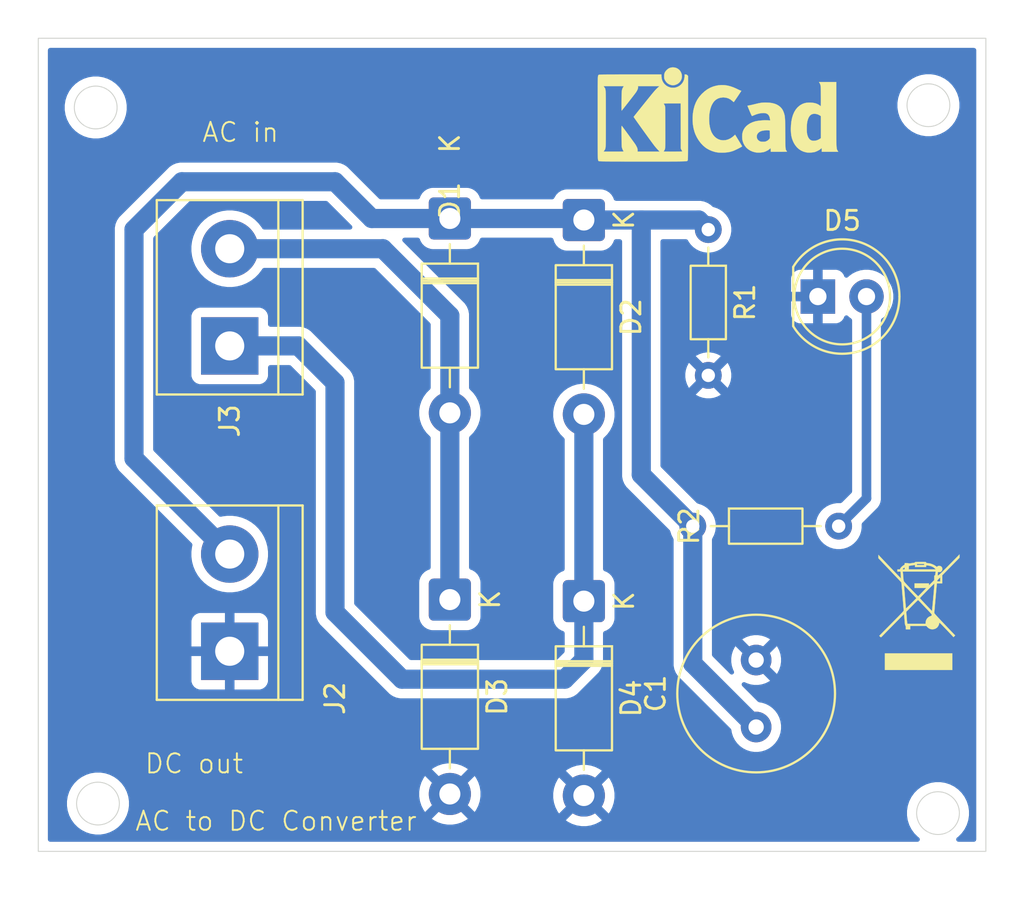
<source format=kicad_pcb>
(kicad_pcb (version 20241229) (generator "pcbnew") (generator_version "9.0")
  (layers (0 "F.Cu" signal) (2 "B.Cu" signal) (13 "F.Paste" user) (15 "B.Paste" user) (5 "F.SilkS" user "F.Silkscreen") (7 "B.SilkS" user "B.Silkscreen") (1 "F.Mask" user) (3 "B.Mask" user) (25 "Edge.Cuts" user))
  (net 0 "")
  (net 1 "GND")
  (net 2 "/+VE")
  (net 3 "Net-(D1-A)")
  (net 4 "Net-(D2-A)")
  (net 5 "Net-(D5-A)")
  (footprint "Diode_THT:D_DO-41_SOD81_P10.16mm_Horizontal" (layer "F.Cu") (at 139.5 99.42 -90)
    (property "Reference" "D4" (at 5.08 -2.47 90) (layer "F.SilkS"))
    (property "Value" "1N4007")
    (fp_line (start 1.34 0) (end 2.36 0) (stroke (width 0.12)) (layer "F.SilkS"))
    (fp_line (start 8.82 0) (end 7.8 0) (stroke (width 0.12)) (layer "F.SilkS"))
    (fp_line (start 3.14 -1.47) (end 3.14 1.47) (stroke (width 0.12)) (layer "F.SilkS"))
    (fp_line (start 3.26 -1.47) (end 3.26 1.47) (stroke (width 0.12)) (layer "F.SilkS"))
    (fp_line (start 3.38 -1.47) (end 3.38 1.47) (stroke (width 0.12)) (layer "F.SilkS"))
    (fp_rect (start 2.36 -1.47) (end 7.8 1.47) (stroke (width 0.12)) (fill no) (layer "F.SilkS"))
    (fp_text user "K" (at 0 -2.1 90) (layer "F.SilkS"))
    (pad "1" thru_hole roundrect (at 0 0 270) (size 2.2 2.2) (drill 1.1) (layers "*.Cu" "*.Mask") (roundrect_rratio 0.113636) (net 4 "Net-(D2-A)"))
    (pad "2" thru_hole circle (at 10.16 0 270) (size 2.2 2.2) (drill 1.1) (layers "*.Cu" "*.Mask") (net 1 "GND"))
  )
  (footprint "Diode_THT:D_DO-41_SOD81_P10.16mm_Horizontal" (layer "F.Cu") (at 139.5 79.5 -90)
    (property "Reference" "D2" (at 5.08 -2.47 90) (layer "F.SilkS"))
    (property "Value" "1N4007")
    (fp_line (start 1.34 0) (end 2.36 0) (stroke (width 0.12)) (layer "F.SilkS"))
    (fp_line (start 8.82 0) (end 7.8 0) (stroke (width 0.12)) (layer "F.SilkS"))
    (fp_line (start 3.14 -1.47) (end 3.14 1.47) (stroke (width 0.12)) (layer "F.SilkS"))
    (fp_line (start 3.26 -1.47) (end 3.26 1.47) (stroke (width 0.12)) (layer "F.SilkS"))
    (fp_line (start 3.38 -1.47) (end 3.38 1.47) (stroke (width 0.12)) (layer "F.SilkS"))
    (fp_rect (start 2.36 -1.47) (end 7.8 1.47) (stroke (width 0.12)) (fill no) (layer "F.SilkS"))
    (fp_text user "K" (at 0 -2.1 90) (layer "F.SilkS"))
    (pad "1" thru_hole roundrect (at 0 0 270) (size 2.2 2.2) (drill 1.1) (layers "*.Cu" "*.Mask") (roundrect_rratio 0.113636) (net 2 "/+VE"))
    (pad "2" thru_hole circle (at 10.16 0 270) (size 2.2 2.2) (drill 1.1) (layers "*.Cu" "*.Mask") (net 4 "Net-(D2-A)"))
  )
  (footprint "Diode_THT:D_DO-41_SOD81_P10.16mm_Horizontal" (layer "F.Cu") (at 132.5 79.42 -90)
    (property "Reference" "D1" (at -0.92 0 90) (layer "F.SilkS"))
    (property "Value" "1N4007")
    (fp_line (start 1.34 0) (end 2.36 0) (stroke (width 0.12)) (layer "F.SilkS"))
    (fp_line (start 8.82 0) (end 7.8 0) (stroke (width 0.12)) (layer "F.SilkS"))
    (fp_line (start 3.14 -1.47) (end 3.14 1.47) (stroke (width 0.12)) (layer "F.SilkS"))
    (fp_line (start 3.26 -1.47) (end 3.26 1.47) (stroke (width 0.12)) (layer "F.SilkS"))
    (fp_line (start 3.38 -1.47) (end 3.38 1.47) (stroke (width 0.12)) (layer "F.SilkS"))
    (fp_rect (start 2.36 -1.47) (end 7.8 1.47) (stroke (width 0.12)) (fill no) (layer "F.SilkS"))
    (fp_text user "K" (at -3.92 0 90) (layer "F.SilkS"))
    (pad "1" thru_hole roundrect (at 0 0 270) (size 2.2 2.2) (drill 1.1) (layers "*.Cu" "*.Mask") (roundrect_rratio 0.113636) (net 2 "/+VE"))
    (pad "2" thru_hole circle (at 10.16 0 270) (size 2.2 2.2) (drill 1.1) (layers "*.Cu" "*.Mask") (net 3 "Net-(D1-A)"))
  )
  (footprint "TerminalBlock:TerminalBlock_bornier-2_P5.08mm" (layer "F.Cu") (at 121 86.08 90)
    (property "Reference" "J3" (at -3.92 0 90) (layer "F.SilkS"))
    (property "Value" "Screw_Terminal_01x02" (hide yes))
    (fp_line (start 7.62 -3.81) (end -2.54 -3.81) (stroke (width 0.12)) (layer "F.SilkS"))
    (fp_line (start -2.54 -3.81) (end -2.54 3.81) (stroke (width 0.12)) (layer "F.SilkS"))
    (fp_line (start 7.62 2.54) (end -2.54 2.54) (stroke (width 0.12)) (layer "F.SilkS"))
    (fp_line (start 7.62 3.81) (end 7.62 -3.81) (stroke (width 0.12)) (layer "F.SilkS"))
    (fp_line (start -2.54 3.81) (end 7.62 3.81) (stroke (width 0.12)) (layer "F.SilkS"))
    (pad "1" thru_hole rect (at 0 0 90) (size 3 3) (drill 1.52) (layers "*.Cu" "*.Mask") (net 4 "Net-(D2-A)"))
    (pad "2" thru_hole circle (at 5.08 0 90) (size 3 3) (drill 1.52) (layers "*.Cu" "*.Mask") (net 3 "Net-(D1-A)"))
  )
  (footprint "TerminalBlock:TerminalBlock_bornier-2_P5.08mm" (layer "F.Cu") (at 121 102.04 90)
    (property "Reference" "J2" (at -2.46 5.5 90) (layer "F.SilkS"))
    (property "Value" "Screw_Terminal_01x02")
    (fp_line (start 7.62 -3.81) (end -2.54 -3.81) (stroke (width 0.12)) (layer "F.SilkS"))
    (fp_line (start -2.54 -3.81) (end -2.54 3.81) (stroke (width 0.12)) (layer "F.SilkS"))
    (fp_line (start 7.62 2.54) (end -2.54 2.54) (stroke (width 0.12)) (layer "F.SilkS"))
    (fp_line (start 7.62 3.81) (end 7.62 -3.81) (stroke (width 0.12)) (layer "F.SilkS"))
    (fp_line (start -2.54 3.81) (end 7.62 3.81) (stroke (width 0.12)) (layer "F.SilkS"))
    (pad "1" thru_hole rect (at 0 0 90) (size 3 3) (drill 1.52) (layers "*.Cu" "*.Mask") (net 1 "GND"))
    (pad "2" thru_hole circle (at 5.08 0 90) (size 3 3) (drill 1.52) (layers "*.Cu" "*.Mask") (net 2 "/+VE"))
  )
  (footprint "Symbol:KiCad-Logo_5mm_SilkScreen" (layer "F.Cu") (at 146.5 74.5)
    (property "Reference" "REF**" (hide yes))
    (property "Value" "KiCad-Logo_5mm_SilkScreen" (hide yes))
    (fp_poly (pts (xy -2.273043 -2.973429) (xy -2.176768 -2.949191) (xy -2.090184 -2.906359) (xy -2.015373 -2.846581) (xy -1.954418 -2.771506) (xy -1.909399 -2.68278) (xy -1.883136 -2.58647) (xy -1.877286 -2.489205) (xy -1.89214 -2.395346) (xy -1.92584 -2.307489) (xy -1.976528 -2.22823) (xy -2.042345 -2.160164) (xy -2.121434 -2.105888) (xy -2.211934 -2.067998) (xy -2.2632 -2.055574) (xy -2.307698 -2.048053) (xy -2.341999 -2.045081) (xy -2.37496 -2.046906) (xy -2.415434 -2.053775) (xy -2.448531 -2.06075) (xy -2.541947 -2.092259) (xy -2.625619 -2.143383) (xy -2.697665 -2.212571) (xy -2.7562 -2.298272) (xy -2.770148 -2.325511) (xy -2.786586 -2.361878) (xy -2.796894 -2.392418) (xy -2.80246 -2.42455) (xy -2.804669 -2.465693) (xy -2.804948 -2.511778) (xy -2.800861 -2.596135) (xy -2.787446 -2.665414) (xy -2.762256 -2.726039) (xy -2.722846 -2.784433) (xy -2.684298 -2.828698) (xy -2.612406 -2.894516) (xy -2.537313 -2.939947) (xy -2.454562 -2.96715) (xy -2.376928 -2.977424) (xy -2.273043 -2.973429)) (stroke (width 0.01)) (fill yes) (layer "F.SilkS"))
    (fp_poly (pts (xy 0.328429 -2.050929) (xy 0.48857 -2.029755) (xy 0.65251 -1.989615) (xy 0.822313 -1.930111) (xy 1.000043 -1.850846) (xy 1.01131 -1.845301) (xy 1.069005 -1.817275) (xy 1.120552 -1.793198) (xy 1.162191 -1.774751) (xy 1.190162 -1.763614) (xy 1.199733 -1.761067) (xy 1.21895 -1.756059) (xy 1.223561 -1.751853) (xy 1.218458 -1.74142) (xy 1.202418 -1.715132) (xy 1.177288 -1.675743) (xy 1.144914 -1.626009) (xy 1.107143 -1.568685) (xy 1.065822 -1.506524) (xy 1.022798 -1.442282) (xy 0.979917 -1.378715) (xy 0.939026 -1.318575) (xy 0.901971 -1.26462) (xy 0.8706 -1.219603) (xy 0.846759 -1.186279) (xy 0.832294 -1.167403) (xy 0.830309 -1.165213) (xy 0.820191 -1.169862) (xy 0.79785 -1.187038) (xy 0.76728 -1.21356) (xy 0.751536 -1.228036) (xy 0.655047 -1.303318) (xy 0.548336 -1.358759) (xy 0.432832 -1.393859) (xy 0.309962 -1.40812) (xy 0.240561 -1.406949) (xy 0.119423 -1.389788) (xy 0.010205 -1.353906) (xy -0.087418 -1.299041) (xy -0.173772 -1.22493) (xy -0.249185 -1.131312) (xy -0.313982 -1.017924) (xy -0.351399 -0.931333) (xy -0.395252 -0.795634) (xy -0.427572 -0.64815) (xy -0.448443 -0.492686) (xy -0.457949 -0.333044) (xy -0.456173 -0.173027) (xy -0.443197 -0.016439) (xy -0.419106 0.132918) (xy -0.383982 0.27124) (xy -0.337908 0.394724) (xy -0.321627 0.428978) (xy -0.25338 0.543064) (xy -0.172921 0.639557) (xy -0.08143 0.71767) (xy 0.019911 0.776617) (xy 0.12992 0.815612) (xy 0.247415 0.833868) (xy 0.288883 0.835211) (xy 0.410441 0.82429) (xy 0.530878 0.791474) (xy 0.648666 0.737439) (xy 0.762277 0.662865) (xy 0.853685 0.584539) (xy 0.900215 0.540008) (xy 1.081483 0.837271) (xy 1.12658 0.911433) (xy 1.167819 0.979646) (xy 1.203735 1.039459) (xy 1.232866 1.08842) (xy 1.25375 1.124079) (xy 1.264924 1.143984) (xy 1.266375 1.147079) (xy 1.258146 1.156718) (xy 1.232567 1.173999) (xy 1.192873 1.197283) (xy 1.142297 1.224934) (xy 1.084074 1.255315) (xy 1.021437 1.28679) (xy 0.957621 1.317722) (xy 0.89586 1.346473) (xy 0.839388 1.371408) (xy 0.791438 1.390889) (xy 0.767986 1.399318) (xy 0.634221 1.437133) (xy 0.496327 1.462136) (xy 0.348622 1.47514) (xy 0.221833 1.477468) (xy 0.153878 1.476373) (xy 0.088277 1.474275) (xy 0.030847 1.471434) (xy -0.012597 1.468106) (xy -0.026702 1.466422) (xy -0.165716 1.437587) (xy -0.307243 1.392468) (xy -0.444725 1.33375) (xy -0.571606 1.26412) (xy -0.649111 1.211441) (xy -0.776519 1.103239) (xy -0.894822 0.976671) (xy -1.001828 0.834866) (xy -1.095348 0.680951) (xy -1.17319 0.518053) (xy -1.217044 0.400756) (xy -1.267292 0.217128) (xy -1.300791 0.022581) (xy -1.317551 -0.178675) (xy -1.317584 -0.382432) (xy -1.300899 -0.584479) (xy -1.267507 -0.780608) (xy -1.21742 -0.966609) (xy -1.213603 -0.978197) (xy -1.150719 -1.14025) (xy -1.073972 -1.288168) (xy -0.980758 -1.426135) (xy -0.868473 -1.558339) (xy -0.824608 -1.603601) (xy -0.688466 -1.727543) (xy -0.548509 -1.830085) (xy -0.402589 -1.912344) (xy -0.248558 -1.975436) (xy -0.084268 -2.020477) (xy 0.011289 -2.037967) (xy 0.170023 -2.053534) (xy 0.328429 -2.050929)) (stroke (width 0.01)) (fill yes) (layer "F.SilkS"))
    (fp_poly (pts (xy 6.186507 -0.527755) (xy 6.186526 -0.293338) (xy 6.186552 -0.080397) (xy 6.186625 0.112168) (xy 6.186782 0.285459) (xy 6.187064 0.440576) (xy 6.187509 0.57862) (xy 6.188156 0.700692) (xy 6.189045 0.807894) (xy 6.190213 0.901326) (xy 6.191701 0.98209) (xy 6.193546 1.051286) (xy 6.195789 1.110015) (xy 6.198469 1.159379) (xy 6.201623 1.200478) (xy 6.205292 1.234413) (xy 6.209513 1.262286) (xy 6.214327 1.285198) (xy 6.219773 1.304249) (xy 6.225888 1.32054) (xy 6.232712 1.335173) (xy 6.240285 1.349249) (xy 6.248645 1.363868) (xy 6.253839 1.372974) (xy 6.288104 1.433689) (xy 5.429955 1.433689) (xy 5.429955 1.337733) (xy 5.429224 1.29437) (xy 5.427272 1.261205) (xy 5.424463 1.243424) (xy 5.423221 1.241778) (xy 5.411799 1.248662) (xy 5.389084 1.266505) (xy 5.366385 1.285879) (xy 5.3118 1.326614) (xy 5.242321 1.367617) (xy 5.16527 1.405123) (xy 5.087965 1.435364) (xy 5.057113 1.445012) (xy 4.988616 1.459578) (xy 4.905764 1.469539) (xy 4.816371 1.474583) (xy 4.728248 1.474396) (xy 4.649207 1.468666) (xy 4.611511 1.462858) (xy 4.473414 1.424797) (xy 4.346113 1.367073) (xy 4.230292 1.290211) (xy 4.126637 1.194739) (xy 4.035833 1.081179) (xy 3.969031 0.970381) (xy 3.914164 0.853625) (xy 3.872163 0.734276) (xy 3.842167 0.608283) (xy 3.823311 0.471594) (xy 3.814732 0.320158) (xy 3.814006 0.242711) (xy 3.8161 0.185934) (xy 4.645217 0.185934) (xy 4.645424 0.279002) (xy 4.648337 0.366692) (xy 4.654 0.443772) (xy 4.662455 0.505009) (xy 4.665038 0.51735) (xy 4.69684 0.624633) (xy 4.738498 0.711658) (xy 4.790363 0.778642) (xy 4.852781 0.825805) (xy 4.9261 0.853365) (xy 5.010669 0.861541) (xy 5.106835 0.850551) (xy 5.170311 0.834829) (xy 5.219454 0.816639) (xy 5.273583 0.790791) (xy 5.314244 0.767089) (xy 5.3848 0.720721) (xy 5.3848 -0.42947) (xy 5.317392 -0.473038) (xy 5.238867 -0.51396) (xy 5.154681 -0.540611) (xy 5.069557 -0.552535) (xy 4.988216 -0.549278) (xy 4.91538 -0.530385) (xy 4.883426 -0.514816) (xy 4.825501 -0.471819) (xy 4.776544 -0.415047) (xy 4.73539 -0.342425) (xy 4.700874 -0.251879) (xy 4.671833 -0.141334) (xy 4.670552 -0.135467) (xy 4.660381 -0.073212) (xy 4.652739 0.004594) (xy 4.64767 0.09272) (xy 4.645217 0.185934) (xy 3.8161 0.185934) (xy 3.821857 0.029895) (xy 3.843802 -0.165941) (xy 3.879786 -0.344668) (xy 3.929759 -0.506155) (xy 3.993668 -0.650274) (xy 4.071462 -0.776894) (xy 4.163089 -0.885885) (xy 4.268497 -0.977117) (xy 4.313662 -1.008068) (xy 4.414611 -1.064215) (xy 4.517901 -1.103826) (xy 4.627989 -1.127986) (xy 4.74933 -1.137781) (xy 4.841836 -1.136735) (xy 4.97149 -1.125769) (xy 5.084084 -1.103954) (xy 5.182875 -1.070286) (xy 5.271121 -1.023764) (xy 5.319986 -0.989552) (xy 5.349353 -0.967638) (xy 5.371043 -0.952667) (xy 5.379253 -0.948267) (xy 5.380868 -0.959096) (xy 5.382159 -0.989749) (xy 5.383138 -1.037474) (xy 5.383817 -1.099521) (xy 5.38421 -1.173138) (xy 5.38433 -1.255573) (xy 5.384188 -1.344075) (xy 5.383797 -1.435893) (xy 5.383171 -1.528276) (xy 5.38232 -1.618472) (xy 5.38126 -1.703729) (xy 5.380001 -1.781297) (xy 5.378556 -1.848424) (xy 5.376938 -1.902359) (xy 5.375161 -1.94035) (xy 5.374669 -1.947333) (xy 5.367092 -2.017749) (xy 5.355531 -2.072898) (xy 5.337792 -2.120019) (xy 5.311682 -2.166353) (xy 5.305415 -2.175933) (xy 5.280983 -2.212622) (xy 6.186311 -2.212622) (xy 6.186507 -0.527755)) (stroke (width 0.01)) (fill yes) (layer "F.SilkS"))
    (fp_poly (pts (xy 2.673574 -1.133448) (xy 2.825492 -1.113433) (xy 2.960756 -1.079798) (xy 3.080239 -1.032275) (xy 3.184815 -0.970595) (xy 3.262424 -0.907035) (xy 3.331265 -0.832901) (xy 3.385006 -0.753129) (xy 3.42791 -0.660909) (xy 3.443384 -0.617839) (xy 3.456244 -0.578858) (xy 3.467446 -0.542711) (xy 3.47712 -0.507566) (xy 3.485396 -0.47159) (xy 3.492403 -0.43295) (xy 3.498272 -0.389815) (xy 3.503131 -0.340351) (xy 3.50711 -0.282727) (xy 3.51034 -0.215109) (xy 3.512949 -0.135666) (xy 3.515067 -0.042564) (xy 3.516824 0.066027) (xy 3.518349 0.191942) (xy 3.519772 0.337012) (xy 3.521025 0.479778) (xy 3.522351 0.635968) (xy 3.523556 0.771239) (xy 3.524766 0.887246) (xy 3.526106 0.985645) (xy 3.5277 1.068093) (xy 3.529675 1.136246) (xy 3.532156 1.19176) (xy 3.535269 1.236292) (xy 3.539138 1.271498) (xy 3.543889 1.299034) (xy 3.549648 1.320556) (xy 3.556539 1.337722) (xy 3.564689 1.352186) (xy 3.574223 1.365606) (xy 3.585266 1.379638) (xy 3.589566 1.385071) (xy 3.605386 1.40791) (xy 3.612422 1.423463) (xy 3.612444 1.423922) (xy 3.601567 1.426121) (xy 3.570582 1.428147) (xy 3.521957 1.429942) (xy 3.458163 1.431451) (xy 3.381669 1.432616) (xy 3.294944 1.43338) (xy 3.200457 1.433686) (xy 3.18955 1.433689) (xy 2.766657 1.433689) (xy 2.763395 1.337622) (xy 2.760133 1.241556) (xy 2.698044 1.292543) (xy 2.600714 1.360057) (xy 2.490813 1.414749) (xy 2.404349 1.444978) (xy 2.335278 1.459666) (xy 2.251925 1.469659) (xy 2.162159 1.474646) (xy 2.073845 1.474313) (xy 1.994851 1.468351) (xy 1.958622 1.462638) (xy 1.818603 1.424776) (xy 1.692178 1.369932) (xy 1.58026 1.298924) (xy 1.483762 1.212568) (xy 1.4036 1.111679) (xy 1.340687 0.997076) (xy 1.296312 0.870984) (xy 1.283978 0.814401) (xy 1.276368 0.752202) (xy 1.272739 0.677363) (xy 1.272245 0.643467) (xy 1.27231 0.640282) (xy 2.032248 0.640282) (xy 2.041541 0.715333) (xy 2.069728 0.77916) (xy 2.118197 0.834798) (xy 2.123254 0.839211) (xy 2.171548 0.874037) (xy 2.223257 0.89662) (xy 2.283989 0.90854) (xy 2.359352 0.911383) (xy 2.377459 0.910978) (xy 2.431278 0.908325) (xy 2.471308 0.902909) (xy 2.506324 0.892745) (xy 2.545103 0.87585) (xy 2.555745 0.870672) (xy 2.616396 0.834844) (xy 2.663215 0.792212) (xy 2.675952 0.776973) (xy 2.720622 0.720462) (xy 2.720622 0.524586) (xy 2.720086 0.445939) (xy 2.718396 0.387988) (xy 2.715428 0.348875) (xy 2.711057 0.326741) (xy 2.706972 0.320274) (xy 2.691047 0.317111) (xy 2.657264 0.314488) (xy 2.61034 0.312655) (xy 2.554993 0.311857) (xy 2.546106 0.311842) (xy 2.42533 0.317096) (xy 2.32266 0.333263) (xy 2.236106 0.360961) (xy 2.163681 0.400808) (xy 2.108751 0.447758) (xy 2.064204 0.505645) (xy 2.03948 0.568693) (xy 2.032248 0.640282) (xy 1.27231 0.640282) (xy 1.274178 0.549712) (xy 1.282522 0.470812) (xy 1.298768 0.39959) (xy 1.324405 0.328864) (xy 1.348401 0.276493) (xy 1.40702 0.181196) (xy 1.485117 0.09317) (xy 1.580315 0.014017) (xy 1.690238 -0.05466) (xy 1.81251 -0.111259) (xy 1.944755 -0.154179) (xy 2.009422 -0.169118) (xy 2.145604 -0.191223) (xy 2.294049 -0.205806) (xy 2.445505 -0.212187) (xy 2.572064 -0.210555) (xy 2.73395 -0.203776) (xy 2.72653 -0.262755) (xy 2.707238 -0.361908) (xy 2.676104 -0.442628) (xy 2.632269 -0.505534) (xy 2.574871 -0.551244) (xy 2.503048 -0.580378) (xy 2.415941 -0.593553) (xy 2.312686 -0.591389) (xy 2.274711 -0.587388) (xy 2.13352 -0.56222) (xy 1.996707 -0.521186) (xy 1.902178 -0.483185) (xy 1.857018 -0.46381) (xy 1.818585 -0.44824) (xy 1.792234 -0.438595) (xy 1.784546 -0.436548) (xy 1.774802 -0.445626) (xy 1.758083 -0.474595) (xy 1.734232 -0.523783) (xy 1.703093 -0.593516) (xy 1.664507 -0.684121) (xy 1.65791 -0.699911) (xy 1.627853 -0.772228) (xy 1.600874 -0.837575) (xy 1.578136 -0.893094) (xy 1.560806 -0.935928) (xy 1.550048 -0.963219) (xy 1.546941 -0.972058) (xy 1.55694 -0.976813) (xy 1.583217 -0.98209) (xy 1.611489 -0.985769) (xy 1.641646 -0.990526) (xy 1.689433 -0.999972) (xy 1.750612 -1.01318) (xy 1.820946 -1.029224) (xy 1.896194 -1.04718) (xy 1.924755 -1.054203) (xy 2.029816 -1.079791) (xy 2.11748 -1.099853) (xy 2.192068 -1.115031) (xy 2.257903 -1.125965) (xy 2.319307 -1.133296) (xy 2.380602 -1.137665) (xy 2.44611 -1.139713) (xy 2.504128 -1.140111) (xy 2.673574 -1.133448)) (stroke (width 0.01)) (fill yes) (layer "F.SilkS"))
    (fp_poly (pts (xy -2.9464 -2.510946) (xy -2.935535 -2.397007) (xy -2.903918 -2.289384) (xy -2.853015 -2.190385) (xy -2.784293 -2.102316) (xy -2.699219 -2.027484) (xy -2.602232 -1.969616) (xy -2.495964 -1.929995) (xy -2.38895 -1.911427) (xy -2.2833 -1.912566) (xy -2.181125 -1.93207) (xy -2.084534 -1.968594) (xy -1.995638 -2.020795) (xy -1.916546 -2.087327) (xy -1.849369 -2.166848) (xy -1.796217 -2.258013) (xy -1.759199 -2.359477) (xy -1.740427 -2.469898) (xy -1.738489 -2.519794) (xy -1.738489 -2.607733) (xy -1.68656 -2.607733) (xy -1.650253 -2.604889) (xy -1.623355 -2.593089) (xy -1.596249 -2.569351) (xy -1.557867 -2.530969) (xy -1.557867 -0.339398) (xy -1.557876 -0.077261) (xy -1.557908 0.163241) (xy -1.557972 0.383048) (xy -1.558076 0.583101) (xy -1.558227 0.764344) (xy -1.558434 0.927716) (xy -1.558706 1.07416) (xy -1.55905 1.204617) (xy -1.559474 1.320029) (xy -1.559987 1.421338) (xy -1.560597 1.509484) (xy -1.561312 1.58541) (xy -1.56214 1.650057) (xy -1.563089 1.704367) (xy -1.564167 1.74928) (xy -1.565383 1.78574) (xy -1.566745 1.814687) (xy -1.568261 1.837063) (xy -1.569938 1.853809) (xy -1.571786 1.865868) (xy -1.573813 1.87418) (xy -1.576025 1.879687) (xy -1.577108 1.881537) (xy -1.581271 1.888549) (xy -1.584805 1.894996) (xy -1.588635 1.9009) (xy -1.593682 1.906286) (xy -1.600871 1.911178) (xy -1.611123 1.915598) (xy -1.625364 1.919572) (xy -1.644514 1.923121) (xy -1.669499 1.92627) (xy -1.70124 1.929042) (xy -1.740662 1.931461) (xy -1.788686 1.933551) (xy -1.846237 1.935335) (xy -1.914237 1.936837) (xy -1.99361 1.93808) (xy -2.085279 1.939089) (xy -2.190166 1.939885) (xy -2.309196 1.940494) (xy -2.44329 1.940939) (xy -2.593373 1.941243) (xy -2.760367 1.94143) (xy -2.945196 1.941524) (xy -3.148783 1.941548) (xy -3.37205 1.941525) (xy -3.615922 1.94148) (xy -3.881321 1.941437) (xy -3.919704 1.941432) (xy -4.186682 1.941389) (xy -4.432002 1.941318) (xy -4.656583 1.941213) (xy -4.861345 1.941066) (xy -5.047206 1.940869) (xy -5.215088 1.940616) (xy -5.365908 1.9403) (xy -5.500587 1.939913) (xy -5.620044 1.939447) (xy -5.725199 1.938897) (xy -5.816971 1.938253) (xy -5.896279 1.937511) (xy -5.964043 1.936661) (xy -6.021182 1.935697) (xy -6.068617 1.934611) (xy -6.107266 1.933397) (xy -6.138049 1.932047) (xy -6.161885 1.930555) (xy -6.179694 1.928911) (xy -6.192395 1.927111) (xy -6.200908 1.925145) (xy -6.205266 1.923477) (xy -6.213728 1.919906) (xy -6.221497 1.91727) (xy -6.228602 1.914634) (xy -6.235073 1.911062) (xy -6.240939 1.905621) (xy -6.246229 1.897375) (xy -6.250974 1.88539) (xy -6.255202 1.868731) (xy -6.258943 1.846463) (xy -6.262227 1.817652) (xy -6.265083 1.781363) (xy -6.26754 1.736661) (xy -6.269629 1.682611) (xy -6.271378 1.618279) (xy -6.272817 1.54273) (xy -6.273976 1.45503) (xy -6.274883 1.354243) (xy -6.275569 1.239434) (xy -6.276063 1.10967) (xy -6.276395 0.964015) (xy -6.276593 0.801535) (xy -6.276687 0.621295) (xy -6.276708 0.42236) (xy -6.276685 0.203796) (xy -6.276646 -0.035332) (xy -6.276622 -0.29596) (xy -6.276622 -0.338111) (xy -6.276636 -0.601008) (xy -6.276661 -0.842268) (xy -6.276671 -1.062835) (xy -6.276642 -1.263648) (xy -6.276548 -1.445651) (xy -6.276362 -1.609784) (xy -6.276059 -1.756989) (xy -6.275614 -1.888208) (xy -6.275034 -1.998133) (xy -5.972197 -1.998133) (xy -5.932407 -1.940289) (xy -5.921236 -1.924521) (xy -5.911166 -1.910559) (xy -5.902138 -1.897216) (xy -5.894097 -1.883307) (xy -5.886986 -1.867644) (xy -5.880747 -1.849042) (xy -5.875325 -1.826314) (xy -5.870662 -1.798273) (xy -5.866701 -1.763733) (xy -5.863385 -1.721508) (xy -5.860659 -1.670411) (xy -5.858464 -1.609256) (xy -5.856745 -1.536856) (xy -5.855444 -1.452025) (xy -5.854505 -1.353578) (xy -5.85387 -1.240326) (xy -5.853484 -1.111084) (xy -5.853288 -0.964666) (xy -5.853227 -0.799884) (xy -5.853243 -0.615553) (xy -5.85328 -0.410487) (xy -5.853289 -0.287867) (xy -5.853265 -0.070918) (xy -5.853231 0.124642) (xy -5.853243 0.299999) (xy -5.853358 0.456341) (xy -5.85363 0.594857) (xy -5.854118 0.716734) (xy -5.854876 0.82316) (xy -5.855962 0.915322) (xy -5.857431 0.994409) (xy -5.85934 1.061608) (xy -5.861744 1.118107) (xy -5.864701 1.165093) (xy -5.868266 1.203755) (xy -5.872495 1.23528) (xy -5.877446 1.260855) (xy -5.883173 1.28167) (xy -5.889733 1.298911) (xy -5.897183 1.313765) (xy -5.905579 1.327422) (xy -5.914976 1.341069) (xy -5.925432 1.355893) (xy -5.931523 1.364783) (xy -5.970296 1.4224) (xy -5.438732 1.4224) (xy -5.315483 1.422365) (xy -5.212987 1.422215) (xy -5.12942 1.421878) (xy -5.062956 1.421286) (xy -5.011771 1.420367) (xy -4.974041 1.419051) (xy -4.94794 1.417269) (xy -4.931644 1.414951) (xy -4.923328 1.412026) (xy -4.921168 1.408424) (xy -4.923339 1.404075) (xy -4.924535 1.402645) (xy -4.949685 1.365573) (xy -4.975583 1.312772) (xy -4.999192 1.25077) (xy -5.007461 1.224357) (xy -5.012078 1.206416) (xy -5.015979 1.185355) (xy -5.019248 1.159089) (xy -5.021966 1.125532) (xy -5.024215 1.082599) (xy -5.026077 1.028204) (xy -5.027636 0.960262) (xy -5.028972 0.876688) (xy -5.030169 0.775395) (xy -5.031308 0.6543) (xy -5.031685 0.6096) (xy -5.032702 0.484449) (xy -5.03346 0.380082) (xy -5.033903 0.294707) (xy -5.03397 0.226533) (xy -5.033605 0.173765) (xy -5.032748 0.134614) (xy -5.031341 0.107285) (xy -5.029325 0.089986) (xy -5.026643 0.080926) (xy -5.023236 0.078312) (xy -5.019044 0.080351) (xy -5.014571 0.084667) (xy -5.004216 0.097602) (xy -4.982158 0.126676) (xy -4.949957 0.169759) (xy -4.909174 0.224718) (xy -4.86137 0.289423) (xy -4.808105 0.361742) (xy -4.75094 0.439544) (xy -4.691437 0.520698) (xy -4.631155 0.603072) (xy -4.571655 0.684536) (xy -4.514498 0.762957) (xy -4.461245 0.836204) (xy -4.413457 0.902147) (xy -4.372693 0.958654) (xy -4.340516 1.003593) (xy -4.318485 1.034834) (xy -4.313917 1.041466) (xy -4.290996 1.078369) (xy -4.264188 1.126359) (xy -4.238789 1.175897) (xy -4.235568 1.182577) (xy -4.21389 1.230772) (xy -4.201304 1.268334) (xy -4.195574 1.30416) (xy -4.194456 1.3462) (xy -4.19509 1.4224) (xy -3.040651 1.4224) (xy -3.131815 1.328669) (xy -3.178612 1.278775) (xy -3.228899 1.222295) (xy -3.274944 1.168026) (xy -3.295369 1.142673) (xy -3.325807 1.103128) (xy -3.365862 1.049916) (xy -3.414361 0.984667) (xy -3.470135 0.909011) (xy -3.532011 0.824577) (xy -3.598819 0.732994) (xy -3.669387 0.635892) (xy -3.742545 0.534901) (xy -3.817121 0.43165) (xy -3.891944 0.327768) (xy -3.965843 0.224885) (xy -4.037646 0.124631) (xy -4.106184 0.028636) (xy -4.170284 -0.061473) (xy -4.228775 -0.144064) (xy -4.280486 -0.217508) (xy -4.324247 -0.280176) (xy -4.358885 -0.330439) (xy -4.38323 -0.366666) (xy -4.396111 -0.387229) (xy -4.397869 -0.391332) (xy -4.38991 -0.402658) (xy -4.369115 -0.429838) (xy -4.336847 -0.471171) (xy -4.29447 -0.524956) (xy -4.243347 -0.589494) (xy -4.184841 -0.663082) (xy -4.120314 -0.744022) (xy -4.051131 -0.830612) (xy -3.978653 -0.921152) (xy -3.904246 -1.01394) (xy -3.844517 -1.088298) (xy -2.833511 -1.088298) (xy -2.827602 -1.075341) (xy -2.813272 -1.053092) (xy -2.812225 -1.051609) (xy -2.793438 -1.021456) (xy -2.773791 -0.984625) (xy -2.769892 -0.976489) (xy -2.766356 -0.96806) (xy -2.76323 -0.957941) (xy -2.760486 -0.94474) (xy -2.758092 -0.927062) (xy -2.756019 -0.903516) (xy -2.754235 -0.872707) (xy -2.752712 -0.833243) (xy -2.751419 -0.783731) (xy -2.750326 -0.722777) (xy -2.749403 -0.648989) (xy -2.748619 -0.560972) (xy -2.747945 -0.457335) (xy -2.74735 -0.336684) (xy -2.746805 -0.197626) (xy -2.746279 -0.038768) (xy -2.745745 0.140089) (xy -2.745206 0.325207) (xy -2.744772 0.489145) (xy -2.744509 0.633303) (xy -2.744484 0.759079) (xy -2.744765 0.867871) (xy -2.745419 0.961077) (xy -2.746514 1.040097) (xy -2.748118 1.106328) (xy -2.750297 1.16117) (xy -2.753119 1.206021) (xy -2.756651 1.242278) (xy -2.760961 1.271341) (xy -2.766117 1.294609) (xy -2.772185 1.313479) (xy -2.779233 1.329351) (xy -2.787329 1.343622) (xy -2.79654 1.357691) (xy -2.80504 1.370158) (xy -2.822176 1.396452) (xy -2.832322 1.414037) (xy -2.833511 1.417257) (xy -2.822604 1.418334) (xy -2.791411 1.419335) (xy -2.742223 1.420235) (xy -2.677333 1.42101) (xy -2.59903 1.421637) (xy -2.509607 1.422091) (xy -2.411356 1.422349) (xy -2.342445 1.4224) (xy -2.237452 1.42218) (xy -2.14061 1.421548) (xy -2.054107 1.420549) (xy -1.980132 1.419227) (xy -1.920874 1.417626) (xy -1.87852 1.415791) (xy -1.85526 1.413765) (xy -1.851378 1.412493) (xy -1.859076 1.397591) (xy -1.867074 1.38956) (xy -1.880246 1.372434) (xy -1.897485 1.342183) (xy -1.909407 1.317622) (xy -1.936045 1.258711) (xy -1.93912 0.081845) (xy -1.942195 -1.095022) (xy -2.387853 -1.095022) (xy -2.48567 -1.094858) (xy -2.576064 -1.094389) (xy -2.65663 -1.093653) (xy -2.724962 -1.092684) (xy -2.778656 -1.09152) (xy -2.815305 -1.090197) (xy -2.832504 -1.088751) (xy -2.833511 -1.088298) (xy -3.844517 -1.088298) (xy -3.82927 -1.107278) (xy -3.75509 -1.199463) (xy -3.683069 -1.288796) (xy -3.614569 -1.373576) (xy -3.550955 -1.452102) (xy -3.493588 -1.522674) (xy -3.443833 -1.583591) (xy -3.403052 -1.633153) (xy -3.385888 -1.653822) (xy -3.299596 -1.754484) (xy -3.222997 -1.837741) (xy -3.154183 -1.905562) (xy -3.091248 -1.959911) (xy -3.081867 -1.967278) (xy -3.042356 -1.997883) (xy -4.174116 -1.998133) (xy -4.168827 -1.950156) (xy -4.17213 -1.892812) (xy -4.193661 -1.824537) (xy -4.233635 -1.744788) (xy -4.278943 -1.672505) (xy -4.295161 -1.64986) (xy -4.323214 -1.612304) (xy -4.36143 -1.561979) (xy -4.408137 -1.501027) (xy -4.461661 -1.431589) (xy -4.520331 -1.355806) (xy -4.582475 -1.27582) (xy -4.646421 -1.193772) (xy -4.710495 -1.111804) (xy -4.773027 -1.032057) (xy -4.832343 -0.956673) (xy -4.886771 -0.887793) (xy -4.934639 -0.827558) (xy -4.974275 -0.778111) (xy -5.004006 -0.741592) (xy -5.022161 -0.720142) (xy -5.02522 -0.716844) (xy -5.028079 -0.724851) (xy -5.030293 -0.755145) (xy -5.031857 -0.807444) (xy -5.032767 -0.881469) (xy -5.03302 -0.976937) (xy -5.032613 -1.093566) (xy -5.031704 -1.213555) (xy -5.030382 -1.345667) (xy -5.028857 -1.457406) (xy -5.026881 -1.550975) (xy -5.024206 -1.628581) (xy -5.020582 -1.692426) (xy -5.015761 -1.744717) (xy -5.009494 -1.787656) (xy -5.001532 -1.823449) (xy -4.991627 -1.8543) (xy -4.979531 -1.882414) (xy -4.964993 -1.909995) (xy -4.950311 -1.935034) (xy -4.912314 -1.998133) (xy -5.972197 -1.998133) (xy -6.275034 -1.998133) (xy -6.275001 -2.004383) (xy -6.274195 -2.106456) (xy -6.27317 -2.195367) (xy -6.2719 -2.272059) (xy -6.27036 -2.337473) (xy -6.268524 -2.392551) (xy -6.266367 -2.438235) (xy -6.263863 -2.475466) (xy -6.260987 -2.505187) (xy -6.257713 -2.528338) (xy -6.254015 -2.545861) (xy -6.249869 -2.558699) (xy -6.245247 -2.567792) (xy -6.240126 -2.574082) (xy -6.234478 -2.578512) (xy -6.228279 -2.582022) (xy -6.221504 -2.585555) (xy -6.215508 -2.589124) (xy -6.210275 -2.5917) (xy -6.202099 -2.594028) (xy -6.189886 -2.596122) (xy -6.172541 -2.597993) (xy -6.148969 -2.599653) (xy -6.118077 -2.601116) (xy -6.078768 -2.602392) (xy -6.02995 -2.603496) (xy -5.970527 -2.604439) (xy -5.899404 -2.605233) (xy -5.815488 -2.605891) (xy -5.717683 -2.606425) (xy -5.604894 -2.606847) (xy -5.476029 -2.607171) (xy -5.329991 -2.607408) (xy -5.165686 -2.60757) (xy -4.98202 -2.60767) (xy -4.777897 -2.60772) (xy -4.566753 -2.607733) (xy -2.9464 -2.607733) (xy -2.9464 -2.510946)) (stroke (width 0.01)) (fill yes) (layer "F.SilkS"))
  )
  (footprint "Capacitor_THT:C_Radial_D8.0mm_H11.5mm_P3.50mm" (layer "F.Cu") (at 148.5 106 90)
    (property "Reference" "C1" (at 1.75 -5.25 90) (layer "F.SilkS"))
    (property "Value" "1000uF")
    (fp_circle (center 1.75 0) (end 5.87 0) (stroke (width 0.12)) (fill no) (layer "F.SilkS"))
    (pad "1" thru_hole circle (at 0 0 90) (size 1.6 1.6) (drill 0.8) (layers "*.Cu" "*.Mask") (net 2 "/+VE"))
    (pad "2" thru_hole circle (at 3.5 0 90) (size 1.6 1.6) (drill 0.8) (layers "*.Cu" "*.Mask") (net 1 "GND"))
  )
  (footprint "LED_THT:LED_D5.0mm" (layer "F.Cu") (at 151.725 83.5)
    (property "Reference" "D5" (at 1.27 -3.96 0) (layer "F.SilkS"))
    (property "Value" "LED")
    (fp_line (start -1.29 -1.545) (end -1.29 1.545) (stroke (width 0.12)) (layer "F.SilkS"))
    (fp_arc (start -1.29 -1.54483) (mid 2.071779 -2.880495) (end 4.26 0) (stroke (width 0.12)) (layer "F.SilkS"))
    (fp_arc (start 4.26 0) (mid 2.071779 2.880495) (end -1.29 1.54483) (stroke (width 0.12)) (layer "F.SilkS"))
    (fp_circle (center 1.27 0) (end 3.77 0) (stroke (width 0.12)) (fill no) (layer "F.SilkS"))
    (pad "1" thru_hole rect (at 0 0) (size 1.8 1.8) (drill 0.9) (layers "*.Cu" "*.Mask") (net 1 "GND"))
    (pad "2" thru_hole circle (at 2.54 0) (size 1.8 1.8) (drill 0.9) (layers "*.Cu" "*.Mask") (net 5 "Net-(D5-A)"))
  )
  (footprint "Symbol:WEEE-Logo_4.2x6mm_SilkScreen" (layer "F.Cu") (at 157 100)
    (property "Reference" "REF**" (hide yes))
    (property "Value" "WEEE-Logo_4.2x6mm_SilkScreen" (hide yes))
    (fp_poly (pts (xy 1.747822 3.017822) (xy -1.772971 3.017822) (xy -1.772971 2.150198) (xy 1.747822 2.150198) (xy 1.747822 3.017822)) (stroke (width 0.01)) (fill yes) (layer "F.SilkS"))
    (fp_poly (pts (xy 2.12443 -2.935152) (xy 2.123811 -2.848069) (xy 1.672086 -2.389109) (xy 1.220361 -1.930148) (xy 1.220032 -1.719529) (xy 1.219703 -1.508911) (xy 0.94461 -1.508911) (xy 0.937522 -1.45547) (xy 0.934838 -1.431112) (xy 0.930313 -1.385241) (xy 0.924191 -1.320595) (xy 0.916712 -1.239909) (xy 0.908119 -1.145919) (xy 0.898654 -1.041363) (xy 0.888558 -0.928975) (xy 0.878074 -0.811493) (xy 0.867444 -0.691652) (xy 0.856909 -0.572189) (xy 0.846713 -0.455841) (xy 0.837095 -0.345343) (xy 0.8283 -0.243431) (xy 0.820568 -0.152842) (xy 0.814142 -0.076313) (xy 0.809263 -0.016579) (xy 0.806175 0.023624) (xy 0.805117 0.041559) (xy 0.805118 0.041644) (xy 0.812827 0.056035) (xy 0.835981 0.085748) (xy 0.874895 0.131131) (xy 0.929884 0.192529) (xy 1.001264 0.270288) (xy 1.089349 0.364754) (xy 1.194454 0.476272) (xy 1.316895 0.605188) (xy 1.35131 0.641287) (xy 1.897137 1.213416) (xy 1.808881 1.301436) (xy 1.737485 1.223758) (xy 1.711366 1.195686) (xy 1.670566 1.152274) (xy 1.617777 1.096366) (xy 1.555691 1.030808) (xy 1.487 0.958441) (xy 1.414396 0.882112) (xy 1.37096 0.836524) (xy 1.289416 0.751119) (xy 1.223504 0.68271) (xy 1.171544 0.630053) (xy 1.131855 0.591905) (xy 1.102757 0.56702) (xy 1.082569 0.554156) (xy 1.06961 0.552068) (xy 1.0622 0.559513) (xy 1.058658 0.575246) (xy 1.057303 0.598023) (xy 1.057121 0.604239) (xy 1.047703 0.647061) (xy 1.024497 0.698819) (xy 0.992136 0.751328) (xy 0.955252 0.796403) (xy 0.940493 0.810328) (xy 0.864767 0.859047) (xy 0.776308 0.886306) (xy 0.6981 0.892773) (xy 0.609468 0.880576) (xy 0.527612 0.844813) (xy 0.455164 0.786722) (xy 0.441797 0.772262) (xy 0.392918 0.716733) (xy -0.452674 0.716733) (xy -0.452674 0.892773) (xy -0.67901 0.892773) (xy -0.67901 0.810531) (xy -0.68185 0.754386) (xy -0.691393 0.715416) (xy -0.702991 0.694219) (xy -0.711277 0.679052) (xy -0.718373 0.657062) (xy -0.724748 0.624987) (xy -0.730872 0.579569) (xy -0.737216 0.517548) (xy -0.74425 0.435662) (xy -0.749066 0.374746) (xy -0.771161 0.089343) (xy -1.313565 0.638805) (xy -1.411637 0.738228) (xy -1.505784 0.833815) (xy -1.594285 0.92381) (xy -1.67542 1.006457) (xy -1.747469 1.080001) (xy -1.808712 1.142684) (xy -1.857427 1.192752) (xy -1.891896 1.228448) (xy -1.910379 1.247995) (xy -1.940743 1.278944) (xy -1.966071 1.30053) (xy -1.979695 1.307723) (xy -1.997095 1.299297) (xy -2.02246 1.278245) (xy -2.031058 1.269671) (xy -2.067514 1.23162) (xy -1.866802 1.027658) (xy -1.815596 0.975699) (xy -1.749569 0.90882) (xy -1.671618 0.82995) (xy -1.584638 0.742014) (xy -1.491526 0.647941) (xy -1.395179 0.550658) (xy -1.298492 0.453093) (xy -1.229134 0.383145) (xy -1.123703 0.27655) (xy -1.035129 0.186307) (xy -0.962281 0.111192) (xy -0.904023 0.049986) (xy -0.859225 0.001466) (xy -0.837021 -0.023871) (xy -0.658724 -0.023871) (xy -0.636401 0.261555) (xy -0.629669 0.345219) (xy -0.623157 0.421727) (xy -0.617234 0.487081) (xy -0.612268 0.537281) (xy -0.608629 0.568329) (xy -0.607458 0.575273) (xy -0.600838 0.603565) (xy 0.348636 0.603565) (xy 0.354974 0.524606) (xy 0.37411 0.431315) (xy 0.414154 0.348791) (xy 0.472582 0.280038) (xy 0.546871 0.228063) (xy 0.630252 0.196863) (xy 0.657302 0.182228) (xy 0.670844 0.150819) (xy 0.671128 0.149434) (xy 0.672753 0.136174) (xy 0.670744 0.122595) (xy 0.663142 0.106181) (xy 0.647984 0.084411) (xy 0.623312 0.054767) (xy 0.587164 0.014732) (xy 0.53758 -0.038215) (xy 0.472599 -0.106591) (xy 0.468401 -0.110995) (xy 0.398507 -0.184389) (xy 0.3242 -0.262563) (xy 0.250586 -0.340136) (xy 0.182771 -0.411725) (xy 0.12586 -0.471949) (xy 0.113168 -0.485413) (xy 0.064513 -0.53618) (xy 0.021291 -0.579625) (xy -0.013395 -0.612759) (xy -0.036444 -0.632595) (xy -0.044182 -0.636954) (xy -0.055722 -0.62783) (xy -0.08271 -0.6028) (xy -0.123021 -0.563948) (xy -0.174529 -0.513357) (xy -0.235109 -0.453112) (xy -0.302636 -0.385296) (xy -0.357826 -0.329435) (xy -0.658724 -0.023871) (xy -0.837021 -0.023871) (xy -0.826751 -0.035589) (xy -0.805471 -0.062401) (xy -0.794251 -0.080192) (xy -0.791754 -0.08843) (xy -0.7927 -0.10641) (xy -0.795573 -0.147108) (xy -0.800187 -0.208181) (xy -0.806358 -0.287287) (xy -0.813898 -0.382086) (xy -0.822621 -0.490233) (xy -0.832343 -0.609388) (xy -0.842876 -0.737209) (xy -0.851365 -0.839365) (xy -0.899396 -1.415326) (xy -0.775805 -1.415326) (xy -0.775273 -1.402896) (xy -0.772769 -1.36789) (xy -0.768496 -1.312785) (xy -0.762653 -1.240057) (xy -0.755443 -1.152186) (xy -0.747066 -1.051649) (xy -0.737723 -0.940923) (xy -0.728758 -0.835795) (xy -0.718602 -0.716517) (xy -0.709142 -0.60392) (xy -0.700596 -0.500695) (xy -0.693179 -0.409527) (xy -0.687108 -0.333105) (xy -0.682601 -0.274117) (xy -0.679873 -0.235251) (xy -0.679116 -0.220156) (xy -0.677935 -0.210762) (xy -0.673256 -0.207034) (xy -0.663276 -0.210529) (xy -0.64619 -0.222801) (xy -0.620196 -0.245406) (xy -0.58349 -0.2799) (xy -0.534267 -0.327838) (xy -0.470726 -0.390776) (xy -0.403305 -0.458032) (xy -0.127601 -0.733523) (xy -0.129533 -0.735594) (xy 0.05271 -0.735594) (xy 0.061016 -0.72422) (xy 0.084267 -0.697437) (xy 0.120135 -0.657708) (xy 0.166287 -0.607493) (xy 0.220394 -0.549254) (xy 0.280126 -0.485453) (xy 0.343152 -0.418551) (xy 0.407142 -0.35101) (xy 0.469764 -0.28529) (xy 0.52869 -0.223854) (xy 0.581588 -0.169163) (xy 0.626128 -0.123678) (xy 0.65998 -0.089862) (xy 0.680812 -0.070174) (xy 0.686494 -0.066163) (xy 0.688366 -0.079109) (xy 0.692254 -0.114866) (xy 0.697943 -0.171196) (xy 0.705219 -0.24586) (xy 0.713869 -0.33662) (xy 0.723678 -0.441238) (xy 0.734434 -0.557474) (xy 0.745921 -0.683092) (xy 0.755093 -0.784382) (xy 0.766826 -0.915721) (xy 0.777665 -1.039448) (xy 0.78743 -1.153319) (xy 0.795937 -1.255089) (xy 0.803005 -1.342513) (xy 0.808451 -1.413347) (xy 0.812092 -1.465347) (xy 0.813747 -1.496268) (xy 0.813558 -1.504297) (xy 0.803666 -1.497146) (xy 0.778476 -1.474159) (xy 0.74019 -1.437561) (xy 0.691011 -1.389578) (xy 0.633139 -1.332434) (xy 0.568778 -1.268353) (xy 0.500129 -1.199562) (xy 0.429395 -1.128284) (xy 0.358778 -1.056745) (xy 0.29048 -0.98717) (xy 0.226704 -0.921783) (xy 0.16965 -0.862809) (xy 0.121522 -0.812473) (xy 0.084522 -0.773001) (xy 0.060852 -0.746617) (xy 0.05271 -0.735594) (xy -0.129533 -0.735594) (xy -0.230409 -0.843705) (xy -0.282768 -0.899623) (xy -0.341535 -0.962052) (xy -0.404385 -1.028557) (xy -0.468995 -1.096702) (xy -0.533042 -1.164052) (xy -0.594203 -1.228172) (xy -0.650153 -1.286628) (xy -0.69857 -1.336982) (xy -0.73713 -1.376802) (xy -0.763509 -1.40365) (xy -0.775384 -1.415092) (xy -0.775805 -1.415326) (xy -0.899396 -1.415326) (xy -0.911401 -1.559274) (xy -1.511938 -2.190842) (xy -2.112475 -2.822411) (xy -2.112034 -2.910685) (xy -2.111592 -2.99896) (xy -2.014583 -2.895334) (xy -1.960291 -2.837537) (xy -1.896192 -2.769632) (xy -1.824016 -2.693428) (xy -1.745492 -2.610731) (xy -1.662349 -2.523347) (xy -1.576319 -2.433085) (xy -1.48913 -2.34175) (xy -1.402513 -2.251151) (xy -1.318197 -2.163093) (xy -1.237912 -2.079385) (xy -1.163387 -2.001833) (xy -1.096354 -1.932243) (xy -1.038541 -1.872424) (xy -0.991679 -1.824182) (xy -0.957496 -1.789324) (xy -0.937724 -1.769657) (xy -0.93339 -1.765884) (xy -0.933092 -1.779008) (xy -0.934731 -1.812611) (xy -0.938023 -1.86212) (xy -0.942682 -1.922963) (xy -0.944682 -1.947268) (xy -0.959577 -2.125049) (xy -0.842955 -2.125049) (xy -0.836934 -2.096757) (xy -0.833863 -2.074382) (xy -0.829548 -2.032283) (xy -0.824488 -1.975822) (xy -0.819181 -1.910365) (xy -0.817344 -1.886138) (xy -0.811927 -1.816579) (xy -0.806459 -1.751982) (xy -0.801488 -1.698452) (xy -0.797561 -1.66209) (xy -0.796675 -1.655491) (xy -0.793334 -1.641944) (xy -0.786101 -1.626086) (xy -0.77344 -1.606139) (xy -0.753811 -1.580327) (xy -0.725678 -1.546871) (xy -0.687502 -1.503993) (xy -0.637746 -1.449917) (xy -0.574871 -1.382864) (xy -0.497341 -1.301057) (xy -0.418251 -1.21805) (xy -0.339564 -1.135906) (xy -0.266112 -1.059831) (xy -0.199724 -0.991675) (xy -0.142227 -0.933288) (xy -0.095451 -0.886519) (xy -0.061224 -0.853218) (xy -0.041373 -0.835233) (xy -0.03714 -0.832558) (xy -0.026003 -0.842259) (xy 0.000029 -0.867559) (xy 0.03843 -0.905918) (xy 0.086672 -0.9548) (xy 0.14223 -1.011666) (xy 0.182408 -1.053094) (xy 0.392169 -1.27) (xy -0.226337 -1.27) (xy -0.226337 -1.508911) (xy 0.528119 -1.508911) (xy 0.528119 -1.402458) (xy 0.666435 -1.540346) (xy 0.764553 -1.63816) (xy 0.955643 -1.63816) (xy 0.957471 -1.62273) (xy 0.966723 -1.614133) (xy 0.98905 -1.610387) (xy 1.030105 -1.609511) (xy 1.037376 -1.609505) (xy 1.119109 -1.609505) (xy 1.119109 -1.828828) (xy 1.037376 -1.747821) (xy 0.99127 -1.698572) (xy 0.963694 -1.660841) (xy 0.955643 -1.63816) (xy 0.764553 -1.63816) (xy 0.804752 -1.678234) (xy 0.804752 -1.801048) (xy 0.805137 -1.85755) (xy 0.8069 -1.893495) (xy 0.81095 -1.91347) (xy 0.818199 -1.922063) (xy 0.82913 -1.923861) (xy 0.841288 -1.926502) (xy 0.850273 -1.937088) (xy 0.857174 -1.959619) (xy 0.863076 -1.998091) (xy 0.869065 -2.056502) (xy 0.870987 -2.077896) (xy 0.875148 -2.125049) (xy -0.842955 -2.125049) (xy -0.959577 -2.125049) (xy -1.119109 -2.125049) (xy -1.119109 -2.238218) (xy -1.051314 -2.238218) (xy -1.011662 -2.239304) (xy -0.990116 -2.244546) (xy -0.98748 -2.247666) (xy -0.848616 -2.247666) (xy -0.841308 -2.240538) (xy -0.815993 -2.238338) (xy -0.798908 -2.238218) (xy -0.741881 -2.238218) (xy -0.529221 -2.238218) (xy 0.885302 -2.238218) (xy 0.837458 -2.287214) (xy 0.76315 -2.347676) (xy 0.671184 -2.394309) (xy 0.560002 -2.427751) (xy 0.449529 -2.446247) (xy 0.377227 -2.454878) (xy 0.377227 -2.36396) (xy -0.201188 -2.36396) (xy -0.201188 -2.467107) (xy -0.286065 -2.458504) (xy -0.345368 -2.451244) (xy -0.408551 -2.441621) (xy -0.446386 -2.434748) (xy -0.521832 -2.419593) (xy -0.525526 -2.328905) (xy -0.529221 -2.238218) (xy -0.741881 -2.238218) (xy -0.741881 -2.288515) (xy -0.743544 -2.320024) (xy -0.747697 -2.337537) (xy -0.749371 -2.338812) (xy -0.767987 -2.330746) (xy -0.795183 -2.31118) (xy -0.822448 -2.287056) (xy -0.841267 -2.265318) (xy -0.842943 -2.262492) (xy -0.848616 -2.247666) (xy -0.98748 -2.247666) (xy -0.979662 -2.256919) (xy -0.975442 -2.270396) (xy -0.958219 -2.305373) (xy -0.925138 -2.347421) (xy -0.881893 -2.390644) (xy -0.834174 -2.429146) (xy -0.80283 -2.449199) (xy -0.767123 -2.471149) (xy -0.748819 -2.489589) (xy -0.742388 -2.511332) (xy -0.741894 -2.524282) (xy -0.741894 -2.527425) (xy -0.100594 -2.527425) (xy -0.100594 -2.464554) (xy 0.276633 -2.464554) (xy 0.276633 -2.527425) (xy -0.100594 -2.527425) (xy -0.741894 -2.527425) (xy -0.741881 -2.565148) (xy -0.636048 -2.565148) (xy -0.587355 -2.563971) (xy -0.549405 -2.560835) (xy -0.528308 -2.556329) (xy -0.526023 -2.554505) (xy -0.512641 -2.551705) (xy -0.480074 -2.552852) (xy -0.433916 -2.557607) (xy -0.402376 -2.561997) (xy -0.345188 -2.570622) (xy -0.292886 -2.578409) (xy -0.253582 -2.584153) (xy -0.242055 -2.585785) (xy -0.211937 -2.595112) (xy -0.201188 -2.609728) (xy -0.19792 -2.61568) (xy -0.18623 -2.620222) (xy -0.163288 -2.62353) (xy -0.126265 -2.625785) (xy -0.072332 -2.627166) (xy 0.00134 -2.62785) (xy 0.08802 -2.62802) (xy 0.180529 -2.627923) (xy 0.250906 -2.62747) (xy 0.302164 -2.62641) (xy 0.33732 -2.624497) (xy 0.359389 -2.621481) (xy 0.371385 -2.617115) (xy 0.376324 -2.611151) (xy 0.377227 -2.604216) (xy 0.384921 -2.582205) (xy 0.410121 -2.569679) (xy 0.456009 -2.565212) (xy 0.464264 -2.565148) (xy 0.541973 -2.557132) (xy 0.630233 -2.535064) (xy 0.721085 -2.501916) (xy 0.80657 -2.460661) (xy 0.878726 -2.414269) (xy 0.888072 -2.406918) (xy 0.918533 -2.383002) (xy 0.936572 -2.373424) (xy 0.949169 -2.37652) (xy 0.9621 -2.389296) (xy 1.000293 -2.414322) (xy 1.049998 -2.423929) (xy 1.103524 -2.418933) (xy 1.153178 -2.400149) (xy 1.191267 -2.368394) (xy 1.194025 -2.364703) (xy 1.222526 -2.305425) (xy 1.227828 -2.244066) (xy 1.210518 -2.185573) (xy 1.17118 -2.134896) (xy 1.16637 -2.130711) (xy 1.13844 -2.110833) (xy 1.110102 -2.102079) (xy 1.070263 -2.101447) (xy 1.060311 -2.102008) (xy 1.021332 -2.103438) (xy 1.001254 -2.100161) (xy 0.993985 -2.090272) (xy 0.99324 -2.081039) (xy 0.991716 -2.054256) (xy 0.987935 -2.013975) (xy 0.985218 -1.989876) (xy 0.981277 -1.951599) (xy 0.982916 -1.932004) (xy 0.992421 -1.924842) (xy 1.009351 -1.923861) (xy 1.019392 -1.927099) (xy 1.03559 -1.93758) (xy 1.059145 -1.956452) (xy 1.091257 -1.984865) (xy 1.133128 -2.023965) (xy 1.185957 -2.074903) (xy 1.250945 -2.138827) (xy 1.329291 -2.216886) (xy 1.422197 -2.310228) (xy 1.530863 -2.420002) (xy 1.583231 -2.473048) (xy 2.125049 -3.022233) (xy 2.12443 -2.935152)) (stroke (width 0.01)) (fill yes) (layer "F.SilkS"))
  )
  (footprint "Resistor_THT:R_Axial_DIN0204_L3.6mm_D1.6mm_P7.62mm_Horizontal" (layer "F.Cu") (at 145.19 95.5)
    (property "Reference" "R2" (at -0.19 0 90) (layer "F.SilkS"))
    (property "Value" "2.2K")
    (fp_line (start 0.94 0) (end 1.89 0) (stroke (width 0.12)) (layer "F.SilkS"))
    (fp_line (start 6.68 0) (end 5.73 0) (stroke (width 0.12)) (layer "F.SilkS"))
    (fp_rect (start 1.89 -0.92) (end 5.73 0.92) (stroke (width 0.12)) (fill no) (layer "F.SilkS"))
    (pad "1" thru_hole circle (at 0 0) (size 1.4 1.4) (drill 0.7) (layers "*.Cu" "*.Mask") (net 2 "/+VE"))
    (pad "2" thru_hole circle (at 7.62 0) (size 1.4 1.4) (drill 0.7) (layers "*.Cu" "*.Mask") (net 5 "Net-(D5-A)"))
  )
  (footprint "Diode_THT:D_DO-41_SOD81_P10.16mm_Horizontal" (layer "F.Cu") (at 132.5 99.34 -90)
    (property "Reference" "D3" (at 5.08 -2.47 90) (layer "F.SilkS"))
    (property "Value" "1N4007")
    (fp_line (start 1.34 0) (end 2.36 0) (stroke (width 0.12)) (layer "F.SilkS"))
    (fp_line (start 8.82 0) (end 7.8 0) (stroke (width 0.12)) (layer "F.SilkS"))
    (fp_line (start 3.14 -1.47) (end 3.14 1.47) (stroke (width 0.12)) (layer "F.SilkS"))
    (fp_line (start 3.26 -1.47) (end 3.26 1.47) (stroke (width 0.12)) (layer "F.SilkS"))
    (fp_line (start 3.38 -1.47) (end 3.38 1.47) (stroke (width 0.12)) (layer "F.SilkS"))
    (fp_rect (start 2.36 -1.47) (end 7.8 1.47) (stroke (width 0.12)) (fill no) (layer "F.SilkS"))
    (fp_text user "K" (at 0 -2.1 90) (layer "F.SilkS"))
    (pad "1" thru_hole roundrect (at 0 0 270) (size 2.2 2.2) (drill 1.1) (layers "*.Cu" "*.Mask") (roundrect_rratio 0.113636) (net 3 "Net-(D1-A)"))
    (pad "2" thru_hole circle (at 10.16 0 270) (size 2.2 2.2) (drill 1.1) (layers "*.Cu" "*.Mask") (net 1 "GND"))
  )
  (footprint "Resistor_THT:R_Axial_DIN0204_L3.6mm_D1.6mm_P7.62mm_Horizontal" (layer "F.Cu") (at 146 80 -90)
    (property "Reference" "R1" (at 3.81 -1.92 90) (layer "F.SilkS"))
    (property "Value" "10K")
    (fp_line (start 0.94 0) (end 1.89 0) (stroke (width 0.12)) (layer "F.SilkS"))
    (fp_line (start 6.68 0) (end 5.73 0) (stroke (width 0.12)) (layer "F.SilkS"))
    (fp_rect (start 1.89 -0.92) (end 5.73 0.92) (stroke (width 0.12)) (fill no) (layer "F.SilkS"))
    (pad "1" thru_hole circle (at 0 0 270) (size 1.4 1.4) (drill 0.7) (layers "*.Cu" "*.Mask") (net 2 "/+VE"))
    (pad "2" thru_hole circle (at 7.62 0 270) (size 1.4 1.4) (drill 0.7) (layers "*.Cu" "*.Mask") (net 1 "GND"))
  )
  (gr_circle (center 114 73.618034) (end 115 73.118034) (stroke (width 0.05)) (fill no) (layer "Edge.Cuts"))
  (gr_circle (center 158 110.5) (end 159 110) (stroke (width 0.05)) (fill no) (layer "Edge.Cuts"))
  (gr_circle (center 114.118034 110) (end 115.118034 109.5) (stroke (width 0.05)) (fill no) (layer "Edge.Cuts"))
  (gr_circle (center 157.5 73.5) (end 158.5 73) (stroke (width 0.05)) (fill no) (layer "Edge.Cuts"))
  (gr_rect (start 111 70) (end 160.5 112.5) (stroke (width 0.05)) (fill no) (layer "Edge.Cuts"))
  (gr_text "AC to DC Converter " (at 116 111.5 0) (layer "F.SilkS") (effects (font (size 1 1) (thickness 0.1)) (justify left bottom)))
  (gr_text "DC out" (at 116.5 108.5 0) (layer "F.SilkS") (effects (font (size 1 1) (thickness 0.1)) (justify left bottom)))
  (gr_text "AC in" (at 119.5 75.5 0) (layer "F.SilkS") (effects (font (size 1 1) (thickness 0.1)) (justify left bottom)))
  (segment (start 116 80) (end 118.5 77.5) (width 1) (layer "B.Cu") (net 2))
  (segment (start 145.19 102.69) (end 148.5 106) (width 1) (layer "B.Cu") (net 2))
  (segment (start 132.5 79.42) (end 139.42 79.42) (width 1) (layer "B.Cu") (net 2))
  (segment (start 126.5 77.5) (end 128.42 79.42) (width 1) (layer "B.Cu") (net 2))
  (segment (start 116 91.96) (end 116 80) (width 1) (layer "B.Cu") (net 2))
  (segment (start 142.5 79.5) (end 145.5 79.5) (width 1) (layer "B.Cu") (net 2))
  (segment (start 142.5 92.81) (end 145.19 95.5) (width 1) (layer "B.Cu") (net 2))
  (segment (start 139.42 79.42) (end 139.5 79.5) (width 1) (layer "B.Cu") (net 2))
  (segment (start 128.42 79.42) (end 132.5 79.42) (width 1) (layer "B.Cu") (net 2))
  (segment (start 145.5 79.5) (end 146 80) (width 1) (layer "B.Cu") (net 2))
  (segment (start 145.19 95.5) (end 145.19 102.69) (width 1) (layer "B.Cu") (net 2))
  (segment (start 142.5 79.5) (end 142.5 92.81) (width 1) (layer "B.Cu") (net 2))
  (segment (start 121 96.96) (end 116 91.96) (width 1) (layer "B.Cu") (net 2))
  (segment (start 139.5 79.5) (end 142.5 79.5) (width 1) (layer "B.Cu") (net 2))
  (segment (start 118.5 77.5) (end 126.5 77.5) (width 1) (layer "B.Cu") (net 2))
  (segment (start 121 81) (end 129 81) (width 1) (layer "B.Cu") (net 3))
  (segment (start 129 81) (end 132.5 84.5) (width 1) (layer "B.Cu") (net 3))
  (segment (start 132.5 84.5) (end 132.5 89.58) (width 1) (layer "B.Cu") (net 3))
  (segment (start 132.5 99.34) (end 132.5 89.58) (width 1) (layer "B.Cu") (net 3))
  (segment (start 126.5 88) (end 126.5 100) (width 1) (layer "B.Cu") (net 4))
  (segment (start 139.5 102.5) (end 139.5 99.42) (width 1) (layer "B.Cu") (net 4))
  (segment (start 139.5 99.42) (end 139.5 89.66) (width 1) (layer "B.Cu") (net 4))
  (segment (start 130 103.5) (end 138.5 103.5) (width 1) (layer "B.Cu") (net 4))
  (segment (start 138.5 103.5) (end 139.5 102.5) (width 1) (layer "B.Cu") (net 4))
  (segment (start 124.58 86.08) (end 126.5 88) (width 1) (layer "B.Cu") (net 4))
  (segment (start 126.5 100) (end 130 103.5) (width 1) (layer "B.Cu") (net 4))
  (segment (start 121 86.08) (end 124.58 86.08) (width 1) (layer "B.Cu") (net 4))
  (segment (start 154.265 83.5) (end 154.265 94.045) (width 0.5) (layer "B.Cu") (net 5))
  (segment (start 154.265 94.045) (end 152.81 95.5) (width 0.5) (layer "B.Cu") (net 5))
  (zone (net 1) (net_name "GND") (layer "B.Cu") (connect_pads (clearance 0.5)) (min_thickness 0.25) (fill yes (thermal_gap 0.5) (thermal_bridge_width 0.5))
    (polygon (pts (xy 109 68) (xy 162.5 68) (xy 162.5 115) (xy 109 115)))
  )
)
</source>
